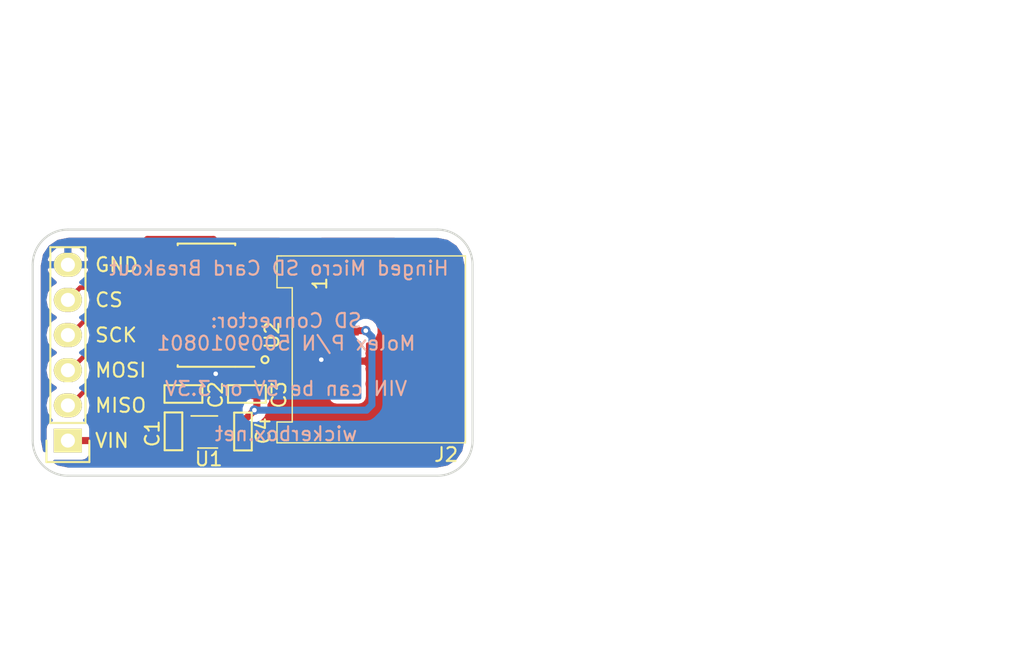
<source format=kicad_pcb>
(kicad_pcb (version 4) (host pcbnew 4.0.4+e1-6308~48~ubuntu16.04.1-stable)

  (general
    (links 29)
    (no_connects 0)
    (area 104.572999 74.854999 178.510001 123.265001)
    (thickness 1.6)
    (drawings 44)
    (tracks 93)
    (zones 0)
    (modules 8)
    (nets 12)
  )

  (page USLetter)
  (title_block
    (title "Micro SD Connector (5009010801) Breakout Board")
    (date "01 Jan 2017")
    (rev v1.0)
    (company "CERN Open Hardware License v1.2")
    (comment 1 jenner@wickerbox.net)
    (comment 2 http://wickerbox.net)
    (comment 3 "Wickerbox Electronics")
  )

  (layers
    (0 F.Cu signal)
    (31 B.Cu signal)
    (34 B.Paste user)
    (35 F.Paste user)
    (36 B.SilkS user)
    (37 F.SilkS user)
    (38 B.Mask user)
    (39 F.Mask user)
    (44 Edge.Cuts user)
    (46 B.CrtYd user)
    (47 F.CrtYd user)
    (48 B.Fab user)
    (49 F.Fab user)
  )

  (setup
    (last_trace_width 0.254)
    (user_trace_width 0.1524)
    (user_trace_width 0.254)
    (user_trace_width 0.3302)
    (user_trace_width 0.508)
    (user_trace_width 0.762)
    (user_trace_width 1.27)
    (trace_clearance 0.254)
    (zone_clearance 0.508)
    (zone_45_only no)
    (trace_min 0.1524)
    (segment_width 0.1524)
    (edge_width 0.1524)
    (via_size 0.6858)
    (via_drill 0.3302)
    (via_min_size 0.6858)
    (via_min_drill 0.3302)
    (user_via 0.6858 0.3302)
    (user_via 0.762 0.4064)
    (user_via 0.8636 0.508)
    (uvia_size 0.6858)
    (uvia_drill 0.3302)
    (uvias_allowed no)
    (uvia_min_size 0)
    (uvia_min_drill 0)
    (pcb_text_width 0.1524)
    (pcb_text_size 1.016 1.016)
    (mod_edge_width 0.1524)
    (mod_text_size 1.016 1.016)
    (mod_text_width 0.1524)
    (pad_size 1.524 1.524)
    (pad_drill 0.762)
    (pad_to_mask_clearance 0.0508)
    (solder_mask_min_width 0.1016)
    (pad_to_paste_clearance -0.0762)
    (aux_axis_origin 0 0)
    (visible_elements FFFEDF7D)
    (pcbplotparams
      (layerselection 0x310fc_80000001)
      (usegerberextensions true)
      (excludeedgelayer true)
      (linewidth 0.100000)
      (plotframeref false)
      (viasonmask false)
      (mode 1)
      (useauxorigin false)
      (hpglpennumber 1)
      (hpglpenspeed 20)
      (hpglpendiameter 15)
      (hpglpenoverlay 2)
      (psnegative false)
      (psa4output false)
      (plotreference true)
      (plotvalue true)
      (plotinvisibletext false)
      (padsonsilk false)
      (subtractmaskfromsilk false)
      (outputformat 1)
      (mirror false)
      (drillshape 0)
      (scaleselection 1)
      (outputdirectory gerbers))
  )

  (net 0 "")
  (net 1 VIN)
  (net 2 GND)
  (net 3 +3V3)
  (net 4 /MISO)
  (net 5 /MOSI)
  (net 6 /CS)
  (net 7 /CLK)
  (net 8 /SD_MISO)
  (net 9 /SD_CLK)
  (net 10 /SD_CS)
  (net 11 /SD_MOSI)

  (net_class Default "This is the default net class."
    (clearance 0.254)
    (trace_width 0.254)
    (via_dia 0.6858)
    (via_drill 0.3302)
    (uvia_dia 0.6858)
    (uvia_drill 0.3302)
    (add_net +3V3)
    (add_net /CLK)
    (add_net /CS)
    (add_net /MISO)
    (add_net /MOSI)
    (add_net /SD_CLK)
    (add_net /SD_CS)
    (add_net /SD_MISO)
    (add_net /SD_MOSI)
    (add_net GND)
    (add_net VIN)
  )

  (module Wickerlib:CONN-SD-MICRO-MOLEX-5009010801 (layer F.Cu) (tedit 585ED3F5) (tstamp 586C9292)
    (at 134.567 99.3405 90)
    (path /586C43A8)
    (fp_text reference J2 (at -0.545 -2.1695 180) (layer F.Fab)
      (effects (font (size 1.016 1.016) (thickness 0.2032)))
    )
    (fp_text value CONN-MICRO-SD-CARD-HINGED-TYPE (at 0.3 -11.1 90) (layer F.Fab) hide
      (effects (font (size 1.016 1.016) (thickness 0.1524)))
    )
    (fp_line (start 7.25 3.75) (end 7.25 -10.25) (layer F.Fab) (width 0.04064))
    (fp_line (start -8.5 3.75) (end 7.25 3.75) (layer F.Fab) (width 0.04064))
    (fp_line (start -8.5 -10.25) (end -8.5 3.75) (layer F.Fab) (width 0.04064))
    (fp_line (start -6 -10.25) (end -8.5 -10.25) (layer F.Fab) (width 0.04064))
    (fp_line (start -6 -9) (end -6 -10.25) (layer F.Fab) (width 0.04064))
    (fp_line (start 3.5 -9) (end -6 -9) (layer F.Fab) (width 0.04064))
    (fp_line (start 3.5 -10.25) (end 3.5 -9) (layer F.Fab) (width 0.04064))
    (fp_line (start 7.25 -10.25) (end 3.5 -10.25) (layer F.Fab) (width 0.04064))
    (fp_line (start 7.25 3.75) (end 7.25 -10) (layer F.CrtYd) (width 0.04064))
    (fp_line (start -8.5 3.75) (end 7.25 3.75) (layer F.CrtYd) (width 0.04064))
    (fp_line (start -8.5 -10.25) (end -8.5 3.75) (layer F.CrtYd) (width 0.04064))
    (fp_line (start 7.25 -10.25) (end -8.5 -10.25) (layer F.CrtYd) (width 0.04064))
    (fp_line (start 7.25 -10) (end 7.25 -10.25) (layer F.CrtYd) (width 0.04064))
    (fp_text user %R (at -8.3555 2.212 180) (layer F.SilkS)
      (effects (font (size 1 1) (thickness 0.15)))
    )
    (fp_text user 1 (at 4 -6.9 90) (layer F.SilkS)
      (effects (font (size 1 1) (thickness 0.15)))
    )
    (fp_line (start -7.5 3.6) (end 6 3.6) (layer F.SilkS) (width 0.1016))
    (fp_line (start 6 -10) (end 6 -9.7) (layer F.SilkS) (width 0.1016))
    (fp_line (start 3.7 -10) (end 6 -10) (layer F.SilkS) (width 0.1016))
    (fp_line (start 3.7 -8.9) (end 3.7 -10) (layer F.SilkS) (width 0.1016))
    (fp_line (start -6 -8.9) (end 3.7 -8.9) (layer F.SilkS) (width 0.1016))
    (fp_line (start -6 -10) (end -6 -8.9) (layer F.SilkS) (width 0.1016))
    (fp_line (start -7.5 -10) (end -6 -10) (layer F.SilkS) (width 0.1016))
    (fp_line (start -7.5 -9.7) (end -7.5 -10) (layer F.SilkS) (width 0.1016))
    (fp_line (start -7.5 3.6) (end -7.5 -9.7) (layer F.SilkS) (width 0.1016))
    (fp_line (start 6 3.6) (end 6 -9.7) (layer F.SilkS) (width 0.1016))
    (pad 6 smd rect (at 6.1 0 90) (size 1.45 2) (layers F.Cu F.Paste F.Mask)
      (net 2 GND))
    (pad 6 smd rect (at -7.5 0 90) (size 1.45 2) (layers F.Cu F.Paste F.Mask)
      (net 2 GND))
    (pad 6 smd rect (at 6.1 -8.3 90) (size 1.45 2) (layers F.Cu F.Paste F.Mask)
      (net 2 GND))
    (pad 6 smd rect (at -7.5 -8.3 90) (size 1.45 2) (layers F.Cu F.Paste F.Mask)
      (net 2 GND))
    (pad 7 smd rect (at -2.7 -4.9 90) (size 0.7 1.6) (layers F.Cu F.Paste F.Mask)
      (net 8 /SD_MISO))
    (pad 8 smd rect (at -3.8 -4.9 90) (size 0.7 1.6) (layers F.Cu F.Paste F.Mask))
    (pad 6 smd rect (at -1.6 -4.9 90) (size 0.7 1.6) (layers F.Cu F.Paste F.Mask)
      (net 2 GND))
    (pad 5 smd rect (at -0.5 -4.9 90) (size 0.7 1.6) (layers F.Cu F.Paste F.Mask)
      (net 9 /SD_CLK))
    (pad 4 smd rect (at 0.6 -4.9 90) (size 0.7 1.6) (layers F.Cu F.Paste F.Mask)
      (net 3 +3V3))
    (pad 1 smd rect (at 3.9 -4.9 90) (size 0.7 1.6) (layers F.Cu F.Paste F.Mask))
    (pad 2 smd rect (at 2.8 -4.9 90) (size 0.7 1.6) (layers F.Cu F.Paste F.Mask)
      (net 10 /SD_CS))
    (pad 3 smd rect (at 1.7 -4.9 90) (size 0.7 1.6) (layers F.Cu F.Paste F.Mask)
      (net 11 /SD_MOSI))
  )

  (module Wickerlib:RLC-0603-SMD (layer F.Cu) (tedit 579029AB) (tstamp 586C9216)
    (at 117.094 106.045 270)
    (descr "Capacitor SMD RLC-0603-SMD, reflow soldering, AVX (see smccp.pdf)")
    (tags "capacitor RLC-0603-SMD")
    (path /586C48EA)
    (attr smd)
    (fp_text reference C1 (at 0.09 0.04 270) (layer F.Fab)
      (effects (font (size 0.8 0.8) (thickness 0.15)))
    )
    (fp_text value 1uF (at 0 1.9 270) (layer F.Fab) hide
      (effects (font (size 1 1) (thickness 0.15)))
    )
    (fp_line (start -1.397 -0.635) (end -1.397 0.635) (layer F.SilkS) (width 0.1524))
    (fp_line (start 1.3335 -0.635) (end 1.3335 0.635) (layer F.SilkS) (width 0.1524))
    (fp_text user %R (at 0.127 1.524 450) (layer F.SilkS)
      (effects (font (size 1 1) (thickness 0.15)))
    )
    (fp_line (start -1.45 -0.75) (end 1.45 -0.75) (layer F.Fab) (width 0.05))
    (fp_line (start -1.45 0.75) (end 1.45 0.75) (layer F.CrtYd) (width 0.05))
    (fp_line (start -1.45 -0.75) (end -1.45 0.75) (layer F.CrtYd) (width 0.05))
    (fp_line (start 1.45 -0.75) (end 1.45 0.75) (layer F.CrtYd) (width 0.05))
    (fp_line (start -1.397 -0.635) (end 1.3335 -0.635) (layer F.SilkS) (width 0.15))
    (fp_line (start 1.3335 0.635) (end -1.397 0.635) (layer F.SilkS) (width 0.15))
    (fp_line (start -1.45 -0.75) (end 1.45 -0.75) (layer F.CrtYd) (width 0.05))
    (fp_line (start -1.45 -0.75) (end -1.45 0.75) (layer F.Fab) (width 0.05))
    (fp_line (start 1.45 -0.75) (end 1.45 0.75) (layer F.Fab) (width 0.05))
    (fp_line (start -1.45 0.75) (end 1.45 0.75) (layer F.Fab) (width 0.05))
    (pad 1 smd rect (at -0.75 0 270) (size 0.8 0.75) (layers F.Cu F.Paste F.Mask)
      (net 1 VIN))
    (pad 2 smd rect (at 0.75 0 270) (size 0.8 0.75) (layers F.Cu F.Paste F.Mask)
      (net 2 GND))
  )

  (module Wickerlib:RLC-0603-SMD (layer F.Cu) (tedit 579029AB) (tstamp 586C9229)
    (at 117.844 103.3145)
    (descr "Capacitor SMD RLC-0603-SMD, reflow soldering, AVX (see smccp.pdf)")
    (tags "capacitor RLC-0603-SMD")
    (path /586CE591)
    (attr smd)
    (fp_text reference C2 (at 0.09 0.04) (layer F.Fab)
      (effects (font (size 0.8 0.8) (thickness 0.15)))
    )
    (fp_text value 0.1uF (at 0 1.9) (layer F.Fab) hide
      (effects (font (size 1 1) (thickness 0.15)))
    )
    (fp_line (start -1.397 -0.635) (end -1.397 0.635) (layer F.SilkS) (width 0.1524))
    (fp_line (start 1.3335 -0.635) (end 1.3335 0.635) (layer F.SilkS) (width 0.1524))
    (fp_text user %R (at 2.298 0.0635 90) (layer F.SilkS)
      (effects (font (size 1 1) (thickness 0.15)))
    )
    (fp_line (start -1.45 -0.75) (end 1.45 -0.75) (layer F.Fab) (width 0.05))
    (fp_line (start -1.45 0.75) (end 1.45 0.75) (layer F.CrtYd) (width 0.05))
    (fp_line (start -1.45 -0.75) (end -1.45 0.75) (layer F.CrtYd) (width 0.05))
    (fp_line (start 1.45 -0.75) (end 1.45 0.75) (layer F.CrtYd) (width 0.05))
    (fp_line (start -1.397 -0.635) (end 1.3335 -0.635) (layer F.SilkS) (width 0.15))
    (fp_line (start 1.3335 0.635) (end -1.397 0.635) (layer F.SilkS) (width 0.15))
    (fp_line (start -1.45 -0.75) (end 1.45 -0.75) (layer F.CrtYd) (width 0.05))
    (fp_line (start -1.45 -0.75) (end -1.45 0.75) (layer F.Fab) (width 0.05))
    (fp_line (start 1.45 -0.75) (end 1.45 0.75) (layer F.Fab) (width 0.05))
    (fp_line (start -1.45 0.75) (end 1.45 0.75) (layer F.Fab) (width 0.05))
    (pad 1 smd rect (at -0.75 0) (size 0.8 0.75) (layers F.Cu F.Paste F.Mask)
      (net 1 VIN))
    (pad 2 smd rect (at 0.75 0) (size 0.8 0.75) (layers F.Cu F.Paste F.Mask)
      (net 2 GND))
  )

  (module Wickerlib:RLC-0603-SMD (layer F.Cu) (tedit 579029AB) (tstamp 586C923C)
    (at 122.3645 103.3145 180)
    (descr "Capacitor SMD RLC-0603-SMD, reflow soldering, AVX (see smccp.pdf)")
    (tags "capacitor RLC-0603-SMD")
    (path /586CE8D2)
    (attr smd)
    (fp_text reference C3 (at 0.09 0.04 180) (layer F.Fab)
      (effects (font (size 0.8 0.8) (thickness 0.15)))
    )
    (fp_text value 0.1uF (at 0 1.9 180) (layer F.Fab) hide
      (effects (font (size 1 1) (thickness 0.15)))
    )
    (fp_line (start -1.397 -0.635) (end -1.397 0.635) (layer F.SilkS) (width 0.1524))
    (fp_line (start 1.3335 -0.635) (end 1.3335 0.635) (layer F.SilkS) (width 0.1524))
    (fp_text user %R (at -2.3495 -0.0635 270) (layer F.SilkS)
      (effects (font (size 1 1) (thickness 0.15)))
    )
    (fp_line (start -1.45 -0.75) (end 1.45 -0.75) (layer F.Fab) (width 0.05))
    (fp_line (start -1.45 0.75) (end 1.45 0.75) (layer F.CrtYd) (width 0.05))
    (fp_line (start -1.45 -0.75) (end -1.45 0.75) (layer F.CrtYd) (width 0.05))
    (fp_line (start 1.45 -0.75) (end 1.45 0.75) (layer F.CrtYd) (width 0.05))
    (fp_line (start -1.397 -0.635) (end 1.3335 -0.635) (layer F.SilkS) (width 0.15))
    (fp_line (start 1.3335 0.635) (end -1.397 0.635) (layer F.SilkS) (width 0.15))
    (fp_line (start -1.45 -0.75) (end 1.45 -0.75) (layer F.CrtYd) (width 0.05))
    (fp_line (start -1.45 -0.75) (end -1.45 0.75) (layer F.Fab) (width 0.05))
    (fp_line (start 1.45 -0.75) (end 1.45 0.75) (layer F.Fab) (width 0.05))
    (fp_line (start -1.45 0.75) (end 1.45 0.75) (layer F.Fab) (width 0.05))
    (pad 1 smd rect (at -0.75 0 180) (size 0.8 0.75) (layers F.Cu F.Paste F.Mask)
      (net 3 +3V3))
    (pad 2 smd rect (at 0.75 0 180) (size 0.8 0.75) (layers F.Cu F.Paste F.Mask)
      (net 2 GND))
  )

  (module Wickerlib:RLC-0603-SMD (layer F.Cu) (tedit 579029AB) (tstamp 586C924F)
    (at 122.1105 106.057 270)
    (descr "Capacitor SMD RLC-0603-SMD, reflow soldering, AVX (see smccp.pdf)")
    (tags "capacitor RLC-0603-SMD")
    (path /586C4854)
    (attr smd)
    (fp_text reference C4 (at 0.09 0.04 270) (layer F.Fab)
      (effects (font (size 0.8 0.8) (thickness 0.15)))
    )
    (fp_text value 1uF (at 0 1.9 270) (layer F.Fab) hide
      (effects (font (size 1 1) (thickness 0.15)))
    )
    (fp_line (start -1.397 -0.635) (end -1.397 0.635) (layer F.SilkS) (width 0.1524))
    (fp_line (start 1.3335 -0.635) (end 1.3335 0.635) (layer F.SilkS) (width 0.1524))
    (fp_text user %R (at -0.0755 -1.4605 450) (layer F.SilkS)
      (effects (font (size 1 1) (thickness 0.15)))
    )
    (fp_line (start -1.45 -0.75) (end 1.45 -0.75) (layer F.Fab) (width 0.05))
    (fp_line (start -1.45 0.75) (end 1.45 0.75) (layer F.CrtYd) (width 0.05))
    (fp_line (start -1.45 -0.75) (end -1.45 0.75) (layer F.CrtYd) (width 0.05))
    (fp_line (start 1.45 -0.75) (end 1.45 0.75) (layer F.CrtYd) (width 0.05))
    (fp_line (start -1.397 -0.635) (end 1.3335 -0.635) (layer F.SilkS) (width 0.15))
    (fp_line (start 1.3335 0.635) (end -1.397 0.635) (layer F.SilkS) (width 0.15))
    (fp_line (start -1.45 -0.75) (end 1.45 -0.75) (layer F.CrtYd) (width 0.05))
    (fp_line (start -1.45 -0.75) (end -1.45 0.75) (layer F.Fab) (width 0.05))
    (fp_line (start 1.45 -0.75) (end 1.45 0.75) (layer F.Fab) (width 0.05))
    (fp_line (start -1.45 0.75) (end 1.45 0.75) (layer F.Fab) (width 0.05))
    (pad 1 smd rect (at -0.75 0 270) (size 0.8 0.75) (layers F.Cu F.Paste F.Mask)
      (net 3 +3V3))
    (pad 2 smd rect (at 0.75 0 270) (size 0.8 0.75) (layers F.Cu F.Paste F.Mask)
      (net 2 GND))
  )

  (module Wickerlib:CONN-HEADER-STRAIGHT-P2.54MM-1x06 (layer F.Cu) (tedit 586C4F36) (tstamp 586C9269)
    (at 109.474 106.68 180)
    (descr "Through hole pin header")
    (tags "pin header")
    (path /586C4D06)
    (fp_text reference J1 (at -0.01 6.35 360) (layer F.Fab)
      (effects (font (size 2.032 2.032) (thickness 0.254)))
    )
    (fp_text value BREAKOUT (at -2.63 6.86 270) (layer F.Fab) hide
      (effects (font (size 1 1) (thickness 0.15)))
    )
    (fp_text user %R (at 0.14 -2.74 180) (layer F.SilkS) hide
      (effects (font (size 1 1) (thickness 0.15)))
    )
    (fp_line (start -1.75 -1.75) (end -1.75 14.45) (layer F.CrtYd) (width 0.05))
    (fp_line (start 1.75 -1.75) (end 1.75 14.45) (layer F.CrtYd) (width 0.05))
    (fp_line (start -1.75 -1.75) (end 1.75 -1.75) (layer F.CrtYd) (width 0.05))
    (fp_line (start -1.75 14.45) (end 1.75 14.45) (layer F.CrtYd) (width 0.05))
    (fp_line (start 1.27 1.27) (end 1.27 13.97) (layer F.SilkS) (width 0.15))
    (fp_line (start 1.27 13.97) (end -1.27 13.97) (layer F.SilkS) (width 0.15))
    (fp_line (start -1.27 13.97) (end -1.27 1.27) (layer F.SilkS) (width 0.15))
    (fp_line (start 1.55 -1.55) (end 1.55 0) (layer F.SilkS) (width 0.15))
    (fp_line (start 1.27 1.27) (end -1.27 1.27) (layer F.SilkS) (width 0.15))
    (fp_line (start -1.55 0) (end -1.55 -1.55) (layer F.SilkS) (width 0.15))
    (fp_line (start -1.55 -1.55) (end 1.55 -1.55) (layer F.SilkS) (width 0.15))
    (fp_line (start -1.75 -1.75) (end -1.75 14.45) (layer F.Fab) (width 0.05))
    (fp_line (start -1.76 -1.74) (end 1.74 -1.74) (layer F.Fab) (width 0.05))
    (fp_line (start 1.73 -1.76) (end 1.73 14.44) (layer F.Fab) (width 0.05))
    (fp_line (start -1.77 14.43) (end 1.73 14.43) (layer F.Fab) (width 0.05))
    (pad 1 thru_hole rect (at 0 0 180) (size 2.032 1.7272) (drill 1.016) (layers *.Cu *.Mask F.SilkS)
      (net 1 VIN))
    (pad 2 thru_hole oval (at 0 2.54 180) (size 2.032 1.7272) (drill 1.016) (layers *.Cu *.Mask F.SilkS)
      (net 4 /MISO))
    (pad 3 thru_hole oval (at 0 5.08 180) (size 2.032 1.7272) (drill 1.016) (layers *.Cu *.Mask F.SilkS)
      (net 7 /CLK))
    (pad 4 thru_hole oval (at 0 7.62 180) (size 2.032 1.7272) (drill 1.016) (layers *.Cu *.Mask F.SilkS)
      (net 5 /MOSI))
    (pad 5 thru_hole oval (at 0 10.16 180) (size 2.032 1.7272) (drill 1.016) (layers *.Cu *.Mask F.SilkS)
      (net 6 /CS))
    (pad 6 thru_hole oval (at 0 12.7 180) (size 2.032 1.7272) (drill 1.016) (layers *.Cu *.Mask F.SilkS)
      (net 2 GND))
  )

  (module Wickerlib:SOIC-14-3.9x8.7MM-P1.27MM (layer F.Cu) (tedit 58157842) (tstamp 586C92B5)
    (at 119.4765 96.901 180)
    (descr "14-Lead Plastic Small Outline (SL) - Narrow, 3.90 mm Body [SOIC] (see Microchip Packaging Specification 00000049BS.pdf)")
    (tags "SOIC 1.27")
    (path /586CDC77)
    (attr smd)
    (fp_text reference U2 (at 0 0.1 360) (layer F.Fab)
      (effects (font (size 1 1) (thickness 0.15)))
    )
    (fp_text value TXB0104 (at 0 5.375 180) (layer F.Fab) hide
      (effects (font (size 1 1) (thickness 0.15)))
    )
    (fp_text user %R (at -4.7295 -2.159 270) (layer F.SilkS)
      (effects (font (size 1 1) (thickness 0.15)))
    )
    (fp_circle (center -2.823606 -3.8) (end -2.723606 -3.6) (layer F.Fab) (width 0.254))
    (fp_line (start -3.8 -4.8) (end -3.8 -4.7) (layer F.Fab) (width 0.0508))
    (fp_line (start 3.8 -4.8) (end -3.8 -4.8) (layer F.Fab) (width 0.0508))
    (fp_line (start 3.8 4.7) (end 3.8 -4.8) (layer F.Fab) (width 0.0508))
    (fp_line (start -3.8 4.7) (end 3.8 4.7) (layer F.Fab) (width 0.0508))
    (fp_line (start -3.8 -4.7) (end -3.8 4.7) (layer F.Fab) (width 0.0508))
    (fp_line (start -3.7 -4.65) (end -3.7 4.65) (layer F.CrtYd) (width 0.05))
    (fp_line (start 3.7 -4.65) (end 3.7 4.65) (layer F.CrtYd) (width 0.05))
    (fp_line (start -3.7 -4.65) (end 3.7 -4.65) (layer F.CrtYd) (width 0.05))
    (fp_line (start -3.7 4.65) (end 3.7 4.65) (layer F.CrtYd) (width 0.05))
    (fp_line (start 2.075 -4.45) (end 2.075 -4.335) (layer F.SilkS) (width 0.15))
    (fp_line (start 2.075 4.45) (end 2.075 4.335) (layer F.SilkS) (width 0.15))
    (fp_line (start -2.075 4.45) (end -2.075 4.335) (layer F.SilkS) (width 0.15))
    (fp_line (start -2.075 -4.45) (end 2.075 -4.45) (layer F.SilkS) (width 0.15))
    (fp_line (start -2.075 4.45) (end 2.075 4.45) (layer F.SilkS) (width 0.15))
    (fp_line (start -2.075 -4.45) (end -3.45 -4.45) (layer F.SilkS) (width 0.15))
    (pad 1 smd rect (at -2.7 -3.81 180) (size 1.5 0.6) (layers F.Cu F.Paste F.Mask)
      (net 3 +3V3))
    (pad 2 smd rect (at -2.7 -2.54 180) (size 1.5 0.6) (layers F.Cu F.Paste F.Mask)
      (net 8 /SD_MISO))
    (pad 3 smd rect (at -2.7 -1.27 180) (size 1.5 0.6) (layers F.Cu F.Paste F.Mask)
      (net 9 /SD_CLK))
    (pad 4 smd rect (at -2.7 0 180) (size 1.5 0.6) (layers F.Cu F.Paste F.Mask)
      (net 11 /SD_MOSI))
    (pad 5 smd rect (at -2.7 1.27 180) (size 1.5 0.6) (layers F.Cu F.Paste F.Mask)
      (net 10 /SD_CS))
    (pad 6 smd rect (at -2.7 2.54 180) (size 1.5 0.6) (layers F.Cu F.Paste F.Mask))
    (pad 7 smd rect (at -2.7 3.81 180) (size 1.5 0.6) (layers F.Cu F.Paste F.Mask)
      (net 2 GND))
    (pad 8 smd rect (at 2.7 3.81 180) (size 1.5 0.6) (layers F.Cu F.Paste F.Mask)
      (net 3 +3V3))
    (pad 9 smd rect (at 2.7 2.54 180) (size 1.5 0.6) (layers F.Cu F.Paste F.Mask))
    (pad 10 smd rect (at 2.7 1.27 180) (size 1.5 0.6) (layers F.Cu F.Paste F.Mask)
      (net 6 /CS))
    (pad 11 smd rect (at 2.7 0 180) (size 1.5 0.6) (layers F.Cu F.Paste F.Mask)
      (net 5 /MOSI))
    (pad 12 smd rect (at 2.7 -1.27 180) (size 1.5 0.6) (layers F.Cu F.Paste F.Mask)
      (net 7 /CLK))
    (pad 13 smd rect (at 2.7 -2.54 180) (size 1.5 0.6) (layers F.Cu F.Paste F.Mask)
      (net 4 /MISO))
    (pad 14 smd rect (at 2.7 -3.81 180) (size 1.5 0.6) (layers F.Cu F.Paste F.Mask)
      (net 1 VIN))
  )

  (module Wickerlib:SOT-353 (layer F.Cu) (tedit 586C4D4B) (tstamp 586CAB35)
    (at 119.573 106.06)
    (descr SOT353)
    (path /586C4681)
    (attr smd)
    (fp_text reference U1 (at 0 0) (layer F.Fab)
      (effects (font (size 1 1) (thickness 0.15)))
    )
    (fp_text value "MIC5365 150mA" (at 0 2.25) (layer F.Fab) hide
      (effects (font (size 1 1) (thickness 0.15)))
    )
    (fp_text user %R (at 0.061 1.9535) (layer F.SilkS)
      (effects (font (size 1 1) (thickness 0.15)))
    )
    (fp_line (start 1.524 1.3335) (end 1.524 -1.3335) (layer F.Fab) (width 0.04064))
    (fp_line (start -1.524 1.3335) (end 1.524 1.3335) (layer F.Fab) (width 0.04064))
    (fp_line (start -1.524 -1.3335) (end -1.524 1.3335) (layer F.Fab) (width 0.04064))
    (fp_line (start 1.524 -1.3335) (end -1.524 -1.3335) (layer F.Fab) (width 0.04064))
    (fp_line (start 0.7 -1.16) (end -1.2 -1.16) (layer F.SilkS) (width 0.12))
    (fp_line (start -0.7 1.16) (end 0.7 1.16) (layer F.SilkS) (width 0.12))
    (fp_line (start 1.5 1.35) (end 1.5 -1.35) (layer F.CrtYd) (width 0.05))
    (fp_line (start -1.5 -1.35) (end -1.5 1.35) (layer F.CrtYd) (width 0.05))
    (fp_line (start -1.5 -1.35) (end 1.5 -1.35) (layer F.CrtYd) (width 0.05))
    (fp_line (start -1.5 1.35) (end 1.5 1.35) (layer F.CrtYd) (width 0.05))
    (pad 1 smd rect (at -0.95 -0.65) (size 0.6 0.42) (layers F.Cu F.Paste F.Mask)
      (net 1 VIN))
    (pad 3 smd rect (at -0.95 0.65) (size 0.6 0.42) (layers F.Cu F.Paste F.Mask)
      (net 1 VIN))
    (pad 5 smd rect (at 0.95 -0.65) (size 0.6 0.42) (layers F.Cu F.Paste F.Mask)
      (net 3 +3V3))
    (pad 2 smd rect (at -0.95 0) (size 0.6 0.42) (layers F.Cu F.Paste F.Mask)
      (net 2 GND))
    (pad 4 smd rect (at 0.95 0.65) (size 0.6 0.42) (layers F.Cu F.Paste F.Mask))
    (model TO_SOT_Packages_SMD.3dshapes/SOT-353.wrl
      (at (xyz 0 0 0))
      (scale (xyz 0.07000000000000001 0.09 0.08))
      (rotate (xyz 0 0 90))
    )
  )

  (gr_text 1/3/16 (at 134.112 110.998) (layer F.Fab)
    (effects (font (size 1.016 1.016) (thickness 0.1524)))
  )
  (gr_text "Hinged Micro SD Card Breakout v1.0" (at 122.936 89.662) (layer F.Fab)
    (effects (font (size 1.016 1.016) (thickness 0.1524)))
  )
  (gr_text "Hinged Micro SD Card Breakout" (at 124.714 94.234) (layer B.SilkS)
    (effects (font (size 1.016 1.016) (thickness 0.1524)) (justify mirror))
  )
  (gr_circle (center 123.698 100.838) (end 123.952 100.838) (layer F.SilkS) (width 0.1524))
  (gr_text "SD Connector:\nMolex P/N 5009010801\n\nVIN can be 5V or 3.3V\n\nwickerbox.net" (at 125.222 102.108) (layer B.SilkS)
    (effects (font (size 1.016 1.016) (thickness 0.1524)) (justify mirror))
  )
  (gr_line (start 109.474 109.22) (end 136.144 109.22) (layer F.Fab) (width 0.1524))
  (gr_line (start 106.934 93.98) (end 106.934 106.68) (layer F.Fab) (width 0.1524))
  (gr_line (start 136.144 91.44) (end 109.474 91.44) (layer F.Fab) (width 0.1524))
  (gr_line (start 138.684 93.98) (end 138.684 106.68) (layer F.Fab) (width 0.1524))
  (gr_arc (start 136.144 106.68) (end 138.684 106.68) (angle 90) (layer F.Fab) (width 0.1524) (tstamp 586CB6B7))
  (gr_arc (start 136.144 93.98) (end 136.144 91.44) (angle 90) (layer F.Fab) (width 0.1524))
  (gr_arc (start 109.474 106.68) (end 109.474 109.22) (angle 90) (layer F.Fab) (width 0.1524))
  (gr_arc (start 109.474 93.98) (end 106.934 93.98) (angle 90) (layer F.Fab) (width 0.1524))
  (gr_line (start 109.474 109.22) (end 136.144 109.22) (layer Edge.Cuts) (width 0.1524))
  (gr_line (start 106.934 93.98) (end 106.934 106.68) (layer Edge.Cuts) (width 0.1524))
  (gr_line (start 136.144 91.44) (end 109.474 91.44) (layer Edge.Cuts) (width 0.1524))
  (gr_line (start 138.684 93.98) (end 138.684 106.68) (layer Edge.Cuts) (width 0.1524))
  (gr_arc (start 136.144 106.68) (end 138.684 106.68) (angle 90) (layer Edge.Cuts) (width 0.1524) (tstamp 586CB6B7))
  (gr_arc (start 136.144 93.98) (end 136.144 91.44) (angle 90) (layer Edge.Cuts) (width 0.1524))
  (gr_arc (start 109.474 106.68) (end 109.474 109.22) (angle 90) (layer Edge.Cuts) (width 0.1524))
  (gr_arc (start 109.474 93.98) (end 106.934 93.98) (angle 90) (layer Edge.Cuts) (width 0.1524))
  (gr_text VIN (at 112.655048 106.68) (layer F.SilkS)
    (effects (font (size 1.016 1.016) (thickness 0.1524)))
  )
  (gr_text MISO (at 113.284 104.14) (layer F.SilkS)
    (effects (font (size 1.016 1.016) (thickness 0.1524)))
  )
  (gr_text MOSI (at 113.284 101.6) (layer F.SilkS)
    (effects (font (size 1.016 1.016) (thickness 0.1524)))
  )
  (gr_text SCK (at 112.945333 99.06) (layer F.SilkS)
    (effects (font (size 1.016 1.016) (thickness 0.1524)))
  )
  (gr_text CS (at 112.437333 96.52) (layer F.SilkS)
    (effects (font (size 1.016 1.016) (thickness 0.1524)))
  )
  (gr_text GND (at 112.993714 93.98) (layer F.SilkS)
    (effects (font (size 1.016 1.016) (thickness 0.1524)))
  )
  (gr_circle (center 117.348 76.962) (end 118.618 76.962) (layer Dwgs.User) (width 0.15))
  (gr_line (start 114.427 78.994) (end 114.427 74.93) (angle 90) (layer Dwgs.User) (width 0.15))
  (gr_line (start 120.269 78.994) (end 114.427 78.994) (angle 90) (layer Dwgs.User) (width 0.15))
  (gr_line (start 120.269 74.93) (end 120.269 78.994) (angle 90) (layer Dwgs.User) (width 0.15))
  (gr_line (start 114.427 74.93) (end 120.269 74.93) (angle 90) (layer Dwgs.User) (width 0.15))
  (gr_line (start 120.523 93.98) (end 104.648 93.98) (angle 90) (layer Dwgs.User) (width 0.15))
  (gr_line (start 173.355 102.235) (end 173.355 94.615) (angle 90) (layer Dwgs.User) (width 0.15))
  (gr_line (start 178.435 102.235) (end 173.355 102.235) (angle 90) (layer Dwgs.User) (width 0.15))
  (gr_line (start 178.435 94.615) (end 178.435 102.235) (angle 90) (layer Dwgs.User) (width 0.15))
  (gr_line (start 173.355 94.615) (end 178.435 94.615) (angle 90) (layer Dwgs.User) (width 0.15))
  (gr_line (start 109.093 123.19) (end 109.093 114.3) (angle 90) (layer Dwgs.User) (width 0.15))
  (gr_line (start 122.428 123.19) (end 109.093 123.19) (angle 90) (layer Dwgs.User) (width 0.15))
  (gr_line (start 122.428 114.3) (end 122.428 123.19) (angle 90) (layer Dwgs.User) (width 0.15))
  (gr_line (start 109.093 114.3) (end 122.428 114.3) (angle 90) (layer Dwgs.User) (width 0.15))
  (gr_line (start 104.648 93.98) (end 104.648 82.55) (angle 90) (layer Dwgs.User) (width 0.15))
  (gr_line (start 120.523 82.55) (end 120.523 93.98) (angle 90) (layer Dwgs.User) (width 0.15))
  (gr_line (start 104.648 82.55) (end 120.523 82.55) (angle 90) (layer Dwgs.User) (width 0.15))

  (segment (start 119.168802 105.41) (end 118.623 105.41) (width 0.254) (layer F.Cu) (net 1))
  (segment (start 119.634 106.253) (end 119.634 105.875198) (width 0.254) (layer F.Cu) (net 1))
  (segment (start 119.634 105.875198) (end 119.168802 105.41) (width 0.254) (layer F.Cu) (net 1))
  (segment (start 118.623 106.71) (end 119.177 106.71) (width 0.254) (layer F.Cu) (net 1))
  (segment (start 119.177 106.71) (end 119.634 106.253) (width 0.254) (layer F.Cu) (net 1))
  (segment (start 118.623 105.41) (end 117.209 105.41) (width 0.254) (layer F.Cu) (net 1))
  (segment (start 117.209 105.41) (end 117.094 105.295) (width 0.254) (layer F.Cu) (net 1))
  (segment (start 117.094 102.9716) (end 116.7765 102.6541) (width 0.508) (layer F.Cu) (net 1))
  (segment (start 116.7765 102.6541) (end 116.7765 100.711) (width 0.508) (layer F.Cu) (net 1))
  (segment (start 117.094 105.295) (end 117.094 102.9716) (width 0.508) (layer F.Cu) (net 1))
  (segment (start 113.9952 106.68) (end 115.3802 105.295) (width 0.508) (layer F.Cu) (net 1))
  (segment (start 115.3802 105.295) (end 117.094 105.295) (width 0.508) (layer F.Cu) (net 1))
  (segment (start 109.474 106.68) (end 113.9952 106.68) (width 0.508) (layer F.Cu) (net 1))
  (segment (start 129.667 100.9405) (end 127.8645 100.9405) (width 0.254) (layer F.Cu) (net 2))
  (segment (start 127.8645 100.9405) (end 127.762 100.838) (width 0.254) (layer F.Cu) (net 2))
  (via (at 127.762 100.838) (size 0.6858) (drill 0.3302) (layers F.Cu B.Cu) (net 2))
  (segment (start 120.142 103.3145) (end 118.594 103.3145) (width 0.508) (layer F.Cu) (net 2))
  (segment (start 121.6145 103.3145) (end 120.142 103.3145) (width 0.508) (layer F.Cu) (net 2))
  (segment (start 120.142 103.3145) (end 120.142 101.854) (width 0.508) (layer F.Cu) (net 2))
  (via (at 120.142 101.854) (size 0.6858) (drill 0.3302) (layers F.Cu B.Cu) (net 2))
  (segment (start 117.094 106.795) (end 117.094 107.703) (width 0.508) (layer F.Cu) (net 2))
  (segment (start 122.174 107.95) (end 122.174 106.8705) (width 0.508) (layer F.Cu) (net 2))
  (segment (start 117.094 107.703) (end 117.595 108.204) (width 0.508) (layer F.Cu) (net 2))
  (segment (start 117.595 108.204) (end 121.92 108.204) (width 0.508) (layer F.Cu) (net 2))
  (segment (start 121.92 108.204) (end 122.174 107.95) (width 0.508) (layer F.Cu) (net 2))
  (segment (start 122.174 106.8705) (end 122.1105 106.807) (width 0.508) (layer F.Cu) (net 2))
  (segment (start 118.623 106.06) (end 117.829 106.06) (width 0.254) (layer F.Cu) (net 2))
  (segment (start 117.829 106.06) (end 117.094 106.795) (width 0.254) (layer F.Cu) (net 2))
  (segment (start 134.567 106.8405) (end 131.4196 106.8405) (width 0.508) (layer F.Cu) (net 2))
  (segment (start 131.4196 106.8405) (end 130.9035 106.8405) (width 0.508) (layer F.Cu) (net 2))
  (segment (start 131.4704 101.4359) (end 131.4704 106.7897) (width 0.508) (layer F.Cu) (net 2))
  (segment (start 129.667 100.9405) (end 130.975 100.9405) (width 0.508) (layer F.Cu) (net 2))
  (segment (start 131.4704 106.7897) (end 131.4196 106.8405) (width 0.508) (layer F.Cu) (net 2))
  (segment (start 130.975 100.9405) (end 131.4704 101.4359) (width 0.508) (layer F.Cu) (net 2))
  (segment (start 134.567 93.2405) (end 134.567 106.8405) (width 0.508) (layer F.Cu) (net 2))
  (segment (start 126.267 93.2405) (end 134.567 93.2405) (width 0.508) (layer F.Cu) (net 2))
  (segment (start 130.9035 106.8405) (end 126.267 106.8405) (width 0.508) (layer F.Cu) (net 2))
  (segment (start 122.1105 106.807) (end 126.2335 106.807) (width 0.508) (layer F.Cu) (net 2))
  (segment (start 126.2335 106.807) (end 126.267 106.8405) (width 0.508) (layer F.Cu) (net 2))
  (segment (start 115.2144 92.1512) (end 119.9787 92.1512) (width 0.508) (layer F.Cu) (net 2))
  (segment (start 120.9185 93.091) (end 122.1765 93.091) (width 0.508) (layer F.Cu) (net 2))
  (segment (start 119.9787 92.1512) (end 120.9185 93.091) (width 0.508) (layer F.Cu) (net 2))
  (segment (start 113.3856 93.98) (end 115.2144 92.1512) (width 0.508) (layer F.Cu) (net 2))
  (segment (start 109.474 93.98) (end 113.3856 93.98) (width 0.508) (layer F.Cu) (net 2))
  (segment (start 122.1765 93.091) (end 126.1175 93.091) (width 0.508) (layer F.Cu) (net 2))
  (segment (start 126.1175 93.091) (end 126.267 93.2405) (width 0.508) (layer F.Cu) (net 2))
  (segment (start 131.4196 104.0892) (end 131.4196 99.1851) (width 0.508) (layer B.Cu) (net 3))
  (segment (start 131.4196 99.1851) (end 130.975 98.7405) (width 0.508) (layer B.Cu) (net 3))
  (segment (start 131.0273 104.4815) (end 131.4196 104.0892) (width 0.508) (layer B.Cu) (net 3))
  (segment (start 122.936 104.4815) (end 131.0273 104.4815) (width 0.508) (layer B.Cu) (net 3))
  (segment (start 122.936 104.4815) (end 122.1105 105.307) (width 0.508) (layer F.Cu) (net 3))
  (segment (start 123.1145 104.303) (end 122.936 104.4815) (width 0.508) (layer F.Cu) (net 3))
  (via (at 122.936 104.4815) (size 0.6858) (drill 0.3302) (layers F.Cu B.Cu) (net 3))
  (segment (start 130.9897 98.7552) (end 130.975 98.7405) (width 0.508) (layer F.Cu) (net 3))
  (via (at 130.975 98.7405) (size 0.6858) (drill 0.3302) (layers F.Cu B.Cu) (net 3))
  (segment (start 129.667 98.7405) (end 130.975 98.7405) (width 0.508) (layer F.Cu) (net 3))
  (segment (start 123.1145 103.3145) (end 123.1145 101.649) (width 0.508) (layer F.Cu) (net 3))
  (segment (start 123.1145 101.649) (end 122.1765 100.711) (width 0.508) (layer F.Cu) (net 3))
  (segment (start 123.1145 103.3145) (end 123.1145 104.303) (width 0.508) (layer F.Cu) (net 3))
  (segment (start 120.523 105.41) (end 122.0075 105.41) (width 0.508) (layer F.Cu) (net 3))
  (segment (start 122.0075 105.41) (end 122.1105 105.307) (width 0.508) (layer F.Cu) (net 3))
  (segment (start 119.3292 94.2848) (end 118.1354 93.091) (width 0.508) (layer F.Cu) (net 3))
  (segment (start 118.1354 93.091) (end 116.7765 93.091) (width 0.508) (layer F.Cu) (net 3))
  (segment (start 119.3292 99.1217) (end 119.3292 94.2848) (width 0.508) (layer F.Cu) (net 3))
  (segment (start 122.1765 100.711) (end 120.9185 100.711) (width 0.508) (layer F.Cu) (net 3))
  (segment (start 120.9185 100.711) (end 119.3292 99.1217) (width 0.508) (layer F.Cu) (net 3))
  (segment (start 116.7765 99.441) (end 114.173 99.441) (width 0.3302) (layer F.Cu) (net 4))
  (segment (start 110.8202 102.9462) (end 109.6264 104.14) (width 0.3302) (layer F.Cu) (net 4))
  (segment (start 114.173 99.441) (end 110.8202 102.7938) (width 0.3302) (layer F.Cu) (net 4))
  (segment (start 109.6264 104.14) (end 109.474 104.14) (width 0.3302) (layer F.Cu) (net 4))
  (segment (start 110.8202 102.7938) (end 110.8202 102.9462) (width 0.3302) (layer F.Cu) (net 4))
  (segment (start 116.7765 96.901) (end 111.7854 96.901) (width 0.3302) (layer F.Cu) (net 5))
  (segment (start 111.7854 96.901) (end 109.6264 99.06) (width 0.3302) (layer F.Cu) (net 5))
  (segment (start 109.6264 99.06) (end 109.474 99.06) (width 0.3302) (layer F.Cu) (net 5))
  (segment (start 116.7765 95.631) (end 110.363 95.631) (width 0.3302) (layer F.Cu) (net 6))
  (segment (start 110.363 95.631) (end 109.474 96.52) (width 0.3302) (layer F.Cu) (net 6))
  (segment (start 116.7765 98.171) (end 112.903 98.171) (width 0.3302) (layer F.Cu) (net 7))
  (segment (start 112.903 98.171) (end 110.8202 100.2538) (width 0.3302) (layer F.Cu) (net 7))
  (segment (start 110.8202 100.2538) (end 110.8202 100.4062) (width 0.3302) (layer F.Cu) (net 7))
  (segment (start 110.8202 100.4062) (end 109.6264 101.6) (width 0.3302) (layer F.Cu) (net 7))
  (segment (start 109.6264 101.6) (end 109.474 101.6) (width 0.3302) (layer F.Cu) (net 7))
  (segment (start 126.3737 102.0405) (end 123.7742 99.441) (width 0.3302) (layer F.Cu) (net 8))
  (segment (start 123.7742 99.441) (end 122.1765 99.441) (width 0.3302) (layer F.Cu) (net 8))
  (segment (start 129.667 102.0405) (end 126.3737 102.0405) (width 0.3302) (layer F.Cu) (net 8))
  (segment (start 124.587 98.171) (end 126.2565 99.8405) (width 0.3302) (layer F.Cu) (net 9))
  (segment (start 126.2565 99.8405) (end 129.667 99.8405) (width 0.3302) (layer F.Cu) (net 9))
  (segment (start 122.1765 98.171) (end 124.587 98.171) (width 0.3302) (layer F.Cu) (net 9))
  (segment (start 125.349 95.631) (end 126.2585 96.5405) (width 0.3302) (layer F.Cu) (net 10))
  (segment (start 126.2585 96.5405) (end 129.667 96.5405) (width 0.3302) (layer F.Cu) (net 10))
  (segment (start 122.1765 95.631) (end 125.349 95.631) (width 0.3302) (layer F.Cu) (net 10))
  (segment (start 125.1458 96.901) (end 125.8853 97.6405) (width 0.3302) (layer F.Cu) (net 11))
  (segment (start 125.8853 97.6405) (end 129.667 97.6405) (width 0.3302) (layer F.Cu) (net 11))
  (segment (start 122.1765 96.901) (end 125.1458 96.901) (width 0.3302) (layer F.Cu) (net 11))

  (zone (net 2) (net_name GND) (layer F.Cu) (tstamp 0) (hatch edge 0.508)
    (connect_pads (clearance 0.508))
    (min_thickness 0.254)
    (fill yes (arc_segments 16) (thermal_gap 0.508) (thermal_bridge_width 0.508))
    (polygon
      (pts
        (xy 106.934 109.22) (xy 106.934 91.44) (xy 138.684 91.44) (xy 138.684 109.22)
      )
    )
    (filled_polygon
      (pts
        (xy 124.728673 92.155802) (xy 124.632 92.389191) (xy 124.632 92.95475) (xy 124.79075 93.1135) (xy 126.14 93.1135)
        (xy 126.14 93.0935) (xy 126.394 93.0935) (xy 126.394 93.1135) (xy 127.74325 93.1135) (xy 127.902 92.95475)
        (xy 127.902 92.389191) (xy 127.805327 92.155802) (xy 127.800725 92.1512) (xy 133.033275 92.1512) (xy 133.028673 92.155802)
        (xy 132.932 92.389191) (xy 132.932 92.95475) (xy 133.09075 93.1135) (xy 134.44 93.1135) (xy 134.44 93.0935)
        (xy 134.694 93.0935) (xy 134.694 93.1135) (xy 136.04325 93.1135) (xy 136.202 92.95475) (xy 136.202 92.389191)
        (xy 136.106067 92.157587) (xy 136.83852 92.303282) (xy 137.427304 92.696696) (xy 137.820719 93.285482) (xy 137.9728 94.050044)
        (xy 137.9728 106.609956) (xy 137.820719 107.374518) (xy 137.427304 107.963304) (xy 136.83852 108.356718) (xy 136.073955 108.5088)
        (xy 109.544044 108.5088) (xy 108.779482 108.356719) (xy 108.531526 108.19104) (xy 110.49 108.19104) (xy 110.725317 108.146762)
        (xy 110.941441 108.00769) (xy 111.086431 107.79549) (xy 111.132296 107.569) (xy 113.9952 107.569) (xy 114.335406 107.501329)
        (xy 114.623818 107.308618) (xy 114.851686 107.08075) (xy 116.084 107.08075) (xy 116.084 107.321309) (xy 116.180673 107.554698)
        (xy 116.359301 107.733327) (xy 116.59269 107.83) (xy 116.80825 107.83) (xy 116.967 107.67125) (xy 116.967 106.922)
        (xy 116.24275 106.922) (xy 116.084 107.08075) (xy 114.851686 107.08075) (xy 115.748436 106.184) (xy 116.11908 106.184)
        (xy 116.084 106.268691) (xy 116.084 106.50925) (xy 116.24275 106.668) (xy 116.967 106.668) (xy 116.967 106.648)
        (xy 117.221 106.648) (xy 117.221 106.668) (xy 117.241 106.668) (xy 117.241 106.922) (xy 117.221 106.922)
        (xy 117.221 107.67125) (xy 117.37975 107.83) (xy 117.59531 107.83) (xy 117.828699 107.733327) (xy 118.007327 107.554698)
        (xy 118.033751 107.490905) (xy 118.07111 107.516431) (xy 118.323 107.56744) (xy 118.923 107.56744) (xy 119.158317 107.523162)
        (xy 119.26504 107.454488) (xy 119.468605 107.413996) (xy 119.690771 107.265549) (xy 119.75891 107.371441) (xy 119.97111 107.516431)
        (xy 120.223 107.56744) (xy 120.823 107.56744) (xy 121.058317 107.523162) (xy 121.153713 107.461776) (xy 121.197173 107.566698)
        (xy 121.375801 107.745327) (xy 121.60919 107.842) (xy 121.82475 107.842) (xy 121.9835 107.68325) (xy 121.9835 106.934)
        (xy 122.2375 106.934) (xy 122.2375 107.68325) (xy 122.39625 107.842) (xy 122.61181 107.842) (xy 122.845199 107.745327)
        (xy 123.023827 107.566698) (xy 123.1205 107.333309) (xy 123.1205 107.12625) (xy 124.632 107.12625) (xy 124.632 107.691809)
        (xy 124.728673 107.925198) (xy 124.907301 108.103827) (xy 125.14069 108.2005) (xy 125.98125 108.2005) (xy 126.14 108.04175)
        (xy 126.14 106.9675) (xy 126.394 106.9675) (xy 126.394 108.04175) (xy 126.55275 108.2005) (xy 127.39331 108.2005)
        (xy 127.626699 108.103827) (xy 127.805327 107.925198) (xy 127.902 107.691809) (xy 127.902 107.12625) (xy 132.932 107.12625)
        (xy 132.932 107.691809) (xy 133.028673 107.925198) (xy 133.207301 108.103827) (xy 133.44069 108.2005) (xy 134.28125 108.2005)
        (xy 134.44 108.04175) (xy 134.44 106.9675) (xy 134.694 106.9675) (xy 134.694 108.04175) (xy 134.85275 108.2005)
        (xy 135.69331 108.2005) (xy 135.926699 108.103827) (xy 136.105327 107.925198) (xy 136.202 107.691809) (xy 136.202 107.12625)
        (xy 136.04325 106.9675) (xy 134.694 106.9675) (xy 134.44 106.9675) (xy 133.09075 106.9675) (xy 132.932 107.12625)
        (xy 127.902 107.12625) (xy 127.74325 106.9675) (xy 126.394 106.9675) (xy 126.14 106.9675) (xy 124.79075 106.9675)
        (xy 124.632 107.12625) (xy 123.1205 107.12625) (xy 123.1205 107.09275) (xy 122.96175 106.934) (xy 122.2375 106.934)
        (xy 121.9835 106.934) (xy 121.9635 106.934) (xy 121.9635 106.68) (xy 121.9835 106.68) (xy 121.9835 106.66)
        (xy 122.2375 106.66) (xy 122.2375 106.68) (xy 122.96175 106.68) (xy 123.1205 106.52125) (xy 123.1205 106.280691)
        (xy 123.023827 106.047302) (xy 123.022457 106.045932) (xy 123.061226 105.989191) (xy 124.632 105.989191) (xy 124.632 106.55475)
        (xy 124.79075 106.7135) (xy 126.14 106.7135) (xy 126.14 105.63925) (xy 126.394 105.63925) (xy 126.394 106.7135)
        (xy 127.74325 106.7135) (xy 127.902 106.55475) (xy 127.902 105.989191) (xy 132.932 105.989191) (xy 132.932 106.55475)
        (xy 133.09075 106.7135) (xy 134.44 106.7135) (xy 134.44 105.63925) (xy 134.694 105.63925) (xy 134.694 106.7135)
        (xy 136.04325 106.7135) (xy 136.202 106.55475) (xy 136.202 105.989191) (xy 136.105327 105.755802) (xy 135.926699 105.577173)
        (xy 135.69331 105.4805) (xy 134.85275 105.4805) (xy 134.694 105.63925) (xy 134.44 105.63925) (xy 134.28125 105.4805)
        (xy 133.44069 105.4805) (xy 133.207301 105.577173) (xy 133.028673 105.755802) (xy 132.932 105.989191) (xy 127.902 105.989191)
        (xy 127.805327 105.755802) (xy 127.626699 105.577173) (xy 127.39331 105.4805) (xy 126.55275 105.4805) (xy 126.394 105.63925)
        (xy 126.14 105.63925) (xy 125.98125 105.4805) (xy 125.14069 105.4805) (xy 124.907301 105.577173) (xy 124.728673 105.755802)
        (xy 124.632 105.989191) (xy 123.061226 105.989191) (xy 123.081931 105.95889) (xy 123.13294 105.707) (xy 123.13294 105.541796)
        (xy 123.275373 105.399363) (xy 123.489212 105.311007) (xy 123.76454 105.036159) (xy 123.91373 104.67687) (xy 123.913731 104.676279)
        (xy 123.935829 104.643206) (xy 124.0035 104.303) (xy 124.0035 104.098621) (xy 124.110931 103.94139) (xy 124.16194 103.6895)
        (xy 124.16194 102.9395) (xy 124.117662 102.704183) (xy 124.0035 102.52677) (xy 124.0035 101.649) (xy 123.935829 101.308794)
        (xy 123.743118 101.020382) (xy 123.57394 100.851204) (xy 123.57394 100.411) (xy 123.564959 100.363271) (xy 125.807944 102.606256)
        (xy 126.067515 102.779696) (xy 126.3737 102.8406) (xy 128.21956 102.8406) (xy 128.21956 103.4905) (xy 128.263838 103.725817)
        (xy 128.40291 103.941941) (xy 128.61511 104.086931) (xy 128.867 104.13794) (xy 130.467 104.13794) (xy 130.702317 104.093662)
        (xy 130.918441 103.95459) (xy 131.063431 103.74239) (xy 131.11444 103.4905) (xy 131.11444 102.7905) (xy 131.075426 102.583158)
        (xy 131.11444 102.3905) (xy 131.11444 101.6905) (xy 131.075142 101.48165) (xy 131.102 101.416809) (xy 131.102 101.22625)
        (xy 130.94325 101.0675) (xy 130.587688 101.0675) (xy 130.467 101.04306) (xy 128.867 101.04306) (xy 128.737113 101.0675)
        (xy 128.39075 101.0675) (xy 128.232 101.22625) (xy 128.232 101.2404) (xy 126.705112 101.2404) (xy 126.067772 100.60306)
        (xy 126.2565 100.6406) (xy 128.232 100.6406) (xy 128.232 100.65475) (xy 128.39075 100.8135) (xy 128.746312 100.8135)
        (xy 128.867 100.83794) (xy 130.467 100.83794) (xy 130.596887 100.8135) (xy 130.94325 100.8135) (xy 131.102 100.65475)
        (xy 131.102 100.464191) (xy 131.07313 100.394493) (xy 131.11444 100.1905) (xy 131.11444 99.718522) (xy 131.168663 99.718569)
        (xy 131.528212 99.570007) (xy 131.80354 99.295159) (xy 131.95273 98.93587) (xy 131.953069 98.546837) (xy 131.804507 98.187288)
        (xy 131.529659 97.91196) (xy 131.17037 97.76277) (xy 131.11444 97.762721) (xy 131.11444 97.2905) (xy 131.075426 97.083158)
        (xy 131.11444 96.8905) (xy 131.11444 96.1905) (xy 131.075426 95.983158) (xy 131.11444 95.7905) (xy 131.11444 95.0905)
        (xy 131.070162 94.855183) (xy 130.93109 94.639059) (xy 130.71889 94.494069) (xy 130.467 94.44306) (xy 128.867 94.44306)
        (xy 128.631683 94.487338) (xy 128.415559 94.62641) (xy 128.270569 94.83861) (xy 128.21956 95.0905) (xy 128.21956 95.7404)
        (xy 126.589912 95.7404) (xy 125.914756 95.065244) (xy 125.655185 94.891804) (xy 125.349 94.8309) (xy 123.539534 94.8309)
        (xy 123.57394 94.661) (xy 123.57394 94.061) (xy 123.529662 93.825683) (xy 123.471322 93.73502) (xy 123.557796 93.52625)
        (xy 124.632 93.52625) (xy 124.632 94.091809) (xy 124.728673 94.325198) (xy 124.907301 94.503827) (xy 125.14069 94.6005)
        (xy 125.98125 94.6005) (xy 126.14 94.44175) (xy 126.14 93.3675) (xy 126.394 93.3675) (xy 126.394 94.44175)
        (xy 126.55275 94.6005) (xy 127.39331 94.6005) (xy 127.626699 94.503827) (xy 127.805327 94.325198) (xy 127.902 94.091809)
        (xy 127.902 93.52625) (xy 132.932 93.52625) (xy 132.932 94.091809) (xy 133.028673 94.325198) (xy 133.207301 94.503827)
        (xy 133.44069 94.6005) (xy 134.28125 94.6005) (xy 134.44 94.44175) (xy 134.44 93.3675) (xy 134.694 93.3675)
        (xy 134.694 94.44175) (xy 134.85275 94.6005) (xy 135.69331 94.6005) (xy 135.926699 94.503827) (xy 136.105327 94.325198)
        (xy 136.202 94.091809) (xy 136.202 93.52625) (xy 136.04325 93.3675) (xy 134.694 93.3675) (xy 134.44 93.3675)
        (xy 133.09075 93.3675) (xy 132.932 93.52625) (xy 127.902 93.52625) (xy 127.74325 93.3675) (xy 126.394 93.3675)
        (xy 126.14 93.3675) (xy 124.79075 93.3675) (xy 124.632 93.52625) (xy 123.557796 93.52625) (xy 123.5615 93.51731)
        (xy 123.5615 93.37675) (xy 123.40275 93.218) (xy 122.3035 93.218) (xy 122.3035 93.238) (xy 122.0495 93.238)
        (xy 122.0495 93.218) (xy 120.95025 93.218) (xy 120.7915 93.37675) (xy 120.7915 93.51731) (xy 120.881306 93.734122)
        (xy 120.830069 93.80911) (xy 120.77906 94.061) (xy 120.77906 94.661) (xy 120.823338 94.896317) (xy 120.887178 94.995528)
        (xy 120.830069 95.07911) (xy 120.77906 95.331) (xy 120.77906 95.931) (xy 120.823338 96.166317) (xy 120.887178 96.265528)
        (xy 120.830069 96.34911) (xy 120.77906 96.601) (xy 120.77906 97.201) (xy 120.823338 97.436317) (xy 120.887178 97.535528)
        (xy 120.830069 97.61911) (xy 120.77906 97.871) (xy 120.77906 98.471) (xy 120.823338 98.706317) (xy 120.887178 98.805528)
        (xy 120.830069 98.88911) (xy 120.77906 99.141) (xy 120.77906 99.314324) (xy 120.2182 98.753464) (xy 120.2182 94.2848)
        (xy 120.150529 93.944594) (xy 119.957818 93.656182) (xy 118.966326 92.66469) (xy 120.7915 92.66469) (xy 120.7915 92.80525)
        (xy 120.95025 92.964) (xy 122.0495 92.964) (xy 122.0495 92.31475) (xy 122.3035 92.31475) (xy 122.3035 92.964)
        (xy 123.40275 92.964) (xy 123.5615 92.80525) (xy 123.5615 92.66469) (xy 123.464827 92.431301) (xy 123.286198 92.252673)
        (xy 123.052809 92.156) (xy 122.46225 92.156) (xy 122.3035 92.31475) (xy 122.0495 92.31475) (xy 121.89075 92.156)
        (xy 121.300191 92.156) (xy 121.066802 92.252673) (xy 120.888173 92.431301) (xy 120.7915 92.66469) (xy 118.966326 92.66469)
        (xy 118.764018 92.462382) (xy 118.65448 92.389191) (xy 118.475606 92.269671) (xy 118.1354 92.202) (xy 117.789266 92.202)
        (xy 117.77839 92.194569) (xy 117.564227 92.1512) (xy 124.733275 92.1512)
      )
    )
    (filled_polygon
      (pts
        (xy 115.791183 92.187838) (xy 115.575059 92.32691) (xy 115.430069 92.53911) (xy 115.37906 92.791) (xy 115.37906 93.391)
        (xy 115.423338 93.626317) (xy 115.487178 93.725528) (xy 115.430069 93.80911) (xy 115.37906 94.061) (xy 115.37906 94.661)
        (xy 115.411029 94.8309) (xy 110.849365 94.8309) (xy 111.078709 94.354791) (xy 111.081358 94.339026) (xy 110.960217 94.107)
        (xy 109.601 94.107) (xy 109.601 94.127) (xy 109.347 94.127) (xy 109.347 94.107) (xy 107.987783 94.107)
        (xy 107.866642 94.339026) (xy 107.869291 94.354791) (xy 108.123268 94.882036) (xy 108.539069 95.253539) (xy 108.229585 95.46033)
        (xy 107.904729 95.946511) (xy 107.790655 96.52) (xy 107.904729 97.093489) (xy 108.229585 97.57967) (xy 108.544366 97.79)
        (xy 108.229585 98.00033) (xy 107.904729 98.486511) (xy 107.790655 99.06) (xy 107.904729 99.633489) (xy 108.229585 100.11967)
        (xy 108.544366 100.33) (xy 108.229585 100.54033) (xy 107.904729 101.026511) (xy 107.790655 101.6) (xy 107.904729 102.173489)
        (xy 108.229585 102.65967) (xy 108.544366 102.87) (xy 108.229585 103.08033) (xy 107.904729 103.566511) (xy 107.790655 104.14)
        (xy 107.904729 104.713489) (xy 108.229585 105.19967) (xy 108.243913 105.209243) (xy 108.222683 105.213238) (xy 108.006559 105.35231)
        (xy 107.861569 105.56451) (xy 107.81056 105.8164) (xy 107.81056 107.394392) (xy 107.797282 107.37452) (xy 107.6452 106.609955)
        (xy 107.6452 94.050045) (xy 107.730547 93.620974) (xy 107.866642 93.620974) (xy 107.987783 93.853) (xy 109.347 93.853)
        (xy 109.347 92.639076) (xy 109.601 92.639076) (xy 109.601 93.853) (xy 110.960217 93.853) (xy 111.081358 93.620974)
        (xy 111.078709 93.605209) (xy 110.824732 93.077964) (xy 110.38832 92.688046) (xy 109.835913 92.494816) (xy 109.601 92.639076)
        (xy 109.347 92.639076) (xy 109.112087 92.494816) (xy 108.55968 92.688046) (xy 108.123268 93.077964) (xy 107.869291 93.605209)
        (xy 107.866642 93.620974) (xy 107.730547 93.620974) (xy 107.797282 93.28548) (xy 108.190696 92.696696) (xy 108.779482 92.303281)
        (xy 109.544044 92.1512) (xy 115.985897 92.1512)
      )
    )
    (filled_polygon
      (pts
        (xy 118.4402 94.653036) (xy 118.4402 99.1217) (xy 118.507871 99.461906) (xy 118.679368 99.718569) (xy 118.700582 99.750318)
        (xy 120.289882 101.339618) (xy 120.578295 101.53233) (xy 120.9185 101.6) (xy 121.163734 101.6) (xy 121.17461 101.607431)
        (xy 121.4265 101.65844) (xy 121.866704 101.65844) (xy 122.2255 102.017236) (xy 122.2255 102.33958) (xy 122.140809 102.3045)
        (xy 121.90025 102.3045) (xy 121.7415 102.46325) (xy 121.7415 103.1875) (xy 121.7615 103.1875) (xy 121.7615 103.4415)
        (xy 121.7415 103.4415) (xy 121.7415 103.4615) (xy 121.4875 103.4615) (xy 121.4875 103.4415) (xy 120.73825 103.4415)
        (xy 120.5795 103.60025) (xy 120.5795 103.81581) (xy 120.676173 104.049199) (xy 120.854802 104.227827) (xy 121.088191 104.3245)
        (xy 121.32875 104.3245) (xy 121.487498 104.165752) (xy 121.487498 104.312001) (xy 121.284059 104.44291) (xy 121.230702 104.521)
        (xy 120.523 104.521) (xy 120.364337 104.55256) (xy 120.223 104.55256) (xy 119.987683 104.596838) (xy 119.771559 104.73591)
        (xy 119.688059 104.858117) (xy 119.460407 104.706004) (xy 119.269122 104.667955) (xy 119.17489 104.603569) (xy 118.923 104.55256)
        (xy 118.323 104.55256) (xy 118.087683 104.596838) (xy 118.048109 104.622303) (xy 117.983 104.521121) (xy 117.983 104.28942)
        (xy 118.067691 104.3245) (xy 118.30825 104.3245) (xy 118.467 104.16575) (xy 118.467 103.4415) (xy 118.721 103.4415)
        (xy 118.721 104.16575) (xy 118.87975 104.3245) (xy 119.120309 104.3245) (xy 119.353698 104.227827) (xy 119.532327 104.049199)
        (xy 119.629 103.81581) (xy 119.629 103.60025) (xy 119.47025 103.4415) (xy 118.721 103.4415) (xy 118.467 103.4415)
        (xy 118.447 103.4415) (xy 118.447 103.1875) (xy 118.467 103.1875) (xy 118.467 102.46325) (xy 118.721 102.46325)
        (xy 118.721 103.1875) (xy 119.47025 103.1875) (xy 119.629 103.02875) (xy 119.629 102.81319) (xy 120.5795 102.81319)
        (xy 120.5795 103.02875) (xy 120.73825 103.1875) (xy 121.4875 103.1875) (xy 121.4875 102.46325) (xy 121.32875 102.3045)
        (xy 121.088191 102.3045) (xy 120.854802 102.401173) (xy 120.676173 102.579801) (xy 120.5795 102.81319) (xy 119.629 102.81319)
        (xy 119.532327 102.579801) (xy 119.353698 102.401173) (xy 119.120309 102.3045) (xy 118.87975 102.3045) (xy 118.721 102.46325)
        (xy 118.467 102.46325) (xy 118.30825 102.3045) (xy 118.067691 102.3045) (xy 117.834302 102.401173) (xy 117.832932 102.402543)
        (xy 117.74589 102.343069) (xy 117.716818 102.337182) (xy 117.6655 102.285864) (xy 117.6655 101.632285) (xy 117.761817 101.614162)
        (xy 117.977941 101.47509) (xy 118.122931 101.26289) (xy 118.17394 101.011) (xy 118.17394 100.411) (xy 118.129662 100.175683)
        (xy 118.065822 100.076472) (xy 118.122931 99.99289) (xy 118.17394 99.741) (xy 118.17394 99.141) (xy 118.129662 98.905683)
        (xy 118.065822 98.806472) (xy 118.122931 98.72289) (xy 118.17394 98.471) (xy 118.17394 97.871) (xy 118.129662 97.635683)
        (xy 118.065822 97.536472) (xy 118.122931 97.45289) (xy 118.17394 97.201) (xy 118.17394 96.601) (xy 118.129662 96.365683)
        (xy 118.065822 96.266472) (xy 118.122931 96.18289) (xy 118.17394 95.931) (xy 118.17394 95.331) (xy 118.129662 95.095683)
        (xy 118.065822 94.996472) (xy 118.122931 94.91289) (xy 118.17394 94.661) (xy 118.17394 94.386776)
      )
    )
  )
  (zone (net 2) (net_name GND) (layer B.Cu) (tstamp 586CB726) (hatch edge 0.508)
    (connect_pads (clearance 0.508))
    (min_thickness 0.254)
    (fill yes (arc_segments 16) (thermal_gap 0.508) (thermal_bridge_width 0.508))
    (polygon
      (pts
        (xy 106.934 109.22) (xy 106.934 91.44) (xy 138.684 91.44) (xy 138.684 109.22)
      )
    )
    (filled_polygon
      (pts
        (xy 136.83852 92.303282) (xy 137.427304 92.696696) (xy 137.820719 93.285482) (xy 137.9728 94.050044) (xy 137.9728 106.609956)
        (xy 137.820719 107.374518) (xy 137.427304 107.963304) (xy 136.83852 108.356718) (xy 136.073955 108.5088) (xy 109.544044 108.5088)
        (xy 108.779482 108.356719) (xy 108.531526 108.19104) (xy 110.49 108.19104) (xy 110.725317 108.146762) (xy 110.941441 108.00769)
        (xy 111.086431 107.79549) (xy 111.13744 107.5436) (xy 111.13744 105.8164) (xy 111.093162 105.581083) (xy 110.95409 105.364959)
        (xy 110.74189 105.219969) (xy 110.700561 105.2116) (xy 110.718415 105.19967) (xy 111.043271 104.713489) (xy 111.050894 104.675163)
        (xy 121.957931 104.675163) (xy 122.106493 105.034712) (xy 122.381341 105.31004) (xy 122.74063 105.45923) (xy 123.129663 105.459569)
        (xy 123.345227 105.3705) (xy 131.0273 105.3705) (xy 131.367506 105.302829) (xy 131.655918 105.110118) (xy 132.048218 104.717818)
        (xy 132.076719 104.675163) (xy 132.240929 104.429406) (xy 132.3086 104.0892) (xy 132.3086 99.1851) (xy 132.240929 98.844894)
        (xy 132.048218 98.556482) (xy 131.892863 98.401127) (xy 131.804507 98.187288) (xy 131.529659 97.91196) (xy 131.17037 97.76277)
        (xy 130.781337 97.762431) (xy 130.421788 97.910993) (xy 130.14646 98.185841) (xy 129.99727 98.54513) (xy 129.996931 98.934163)
        (xy 130.145493 99.293712) (xy 130.420341 99.56904) (xy 130.5306 99.614824) (xy 130.5306 103.5925) (xy 123.345055 103.5925)
        (xy 123.13137 103.50377) (xy 122.742337 103.503431) (xy 122.382788 103.651993) (xy 122.10746 103.926841) (xy 121.95827 104.28613)
        (xy 121.957931 104.675163) (xy 111.050894 104.675163) (xy 111.157345 104.14) (xy 111.043271 103.566511) (xy 110.718415 103.08033)
        (xy 110.403634 102.87) (xy 110.718415 102.65967) (xy 111.043271 102.173489) (xy 111.157345 101.6) (xy 111.043271 101.026511)
        (xy 110.718415 100.54033) (xy 110.403634 100.33) (xy 110.718415 100.11967) (xy 111.043271 99.633489) (xy 111.157345 99.06)
        (xy 111.043271 98.486511) (xy 110.718415 98.00033) (xy 110.403634 97.79) (xy 110.718415 97.57967) (xy 111.043271 97.093489)
        (xy 111.157345 96.52) (xy 111.043271 95.946511) (xy 110.718415 95.46033) (xy 110.408931 95.253539) (xy 110.824732 94.882036)
        (xy 111.078709 94.354791) (xy 111.081358 94.339026) (xy 110.960217 94.107) (xy 109.601 94.107) (xy 109.601 94.127)
        (xy 109.347 94.127) (xy 109.347 94.107) (xy 107.987783 94.107) (xy 107.866642 94.339026) (xy 107.869291 94.354791)
        (xy 108.123268 94.882036) (xy 108.539069 95.253539) (xy 108.229585 95.46033) (xy 107.904729 95.946511) (xy 107.790655 96.52)
        (xy 107.904729 97.093489) (xy 108.229585 97.57967) (xy 108.544366 97.79) (xy 108.229585 98.00033) (xy 107.904729 98.486511)
        (xy 107.790655 99.06) (xy 107.904729 99.633489) (xy 108.229585 100.11967) (xy 108.544366 100.33) (xy 108.229585 100.54033)
        (xy 107.904729 101.026511) (xy 107.790655 101.6) (xy 107.904729 102.173489) (xy 108.229585 102.65967) (xy 108.544366 102.87)
        (xy 108.229585 103.08033) (xy 107.904729 103.566511) (xy 107.790655 104.14) (xy 107.904729 104.713489) (xy 108.229585 105.19967)
        (xy 108.243913 105.209243) (xy 108.222683 105.213238) (xy 108.006559 105.35231) (xy 107.861569 105.56451) (xy 107.81056 105.8164)
        (xy 107.81056 107.394392) (xy 107.797282 107.37452) (xy 107.6452 106.609955) (xy 107.6452 94.050045) (xy 107.730547 93.620974)
        (xy 107.866642 93.620974) (xy 107.987783 93.853) (xy 109.347 93.853) (xy 109.347 92.639076) (xy 109.601 92.639076)
        (xy 109.601 93.853) (xy 110.960217 93.853) (xy 111.081358 93.620974) (xy 111.078709 93.605209) (xy 110.824732 93.077964)
        (xy 110.38832 92.688046) (xy 109.835913 92.494816) (xy 109.601 92.639076) (xy 109.347 92.639076) (xy 109.112087 92.494816)
        (xy 108.55968 92.688046) (xy 108.123268 93.077964) (xy 107.869291 93.605209) (xy 107.866642 93.620974) (xy 107.730547 93.620974)
        (xy 107.797282 93.28548) (xy 108.190696 92.696696) (xy 108.779482 92.303281) (xy 109.544044 92.1512) (xy 136.073955 92.1512)
      )
    )
  )
)

</source>
